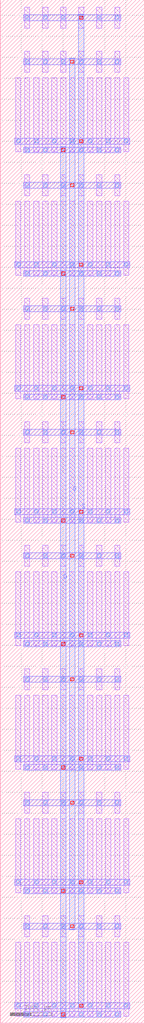
<source format=lef>
MACRO PMOS_S_71888108_X6_Y8
  UNITS 
    DATABASE MICRONS UNITS 1000;
  END UNITS 
  ORIGIN 0 0 ;
  FOREIGN PMOS_S_71888108_X6_Y8 0 0 ;
  SIZE 6880 BY 48720 ;
  PIN D
    DIRECTION INOUT ;
    USE SIGNAL ;
    PORT
      LAYER M3 ;
        RECT 2870 260 3150 41740 ;
    END
  END D
  PIN G
    DIRECTION INOUT ;
    USE SIGNAL ;
    PORT
      LAYER M3 ;
        RECT 3300 4460 3580 45940 ;
    END
  END G
  PIN S
    DIRECTION INOUT ;
    USE SIGNAL ;
    PORT
      LAYER M3 ;
        RECT 3730 680 4010 48040 ;
    END
  END S
  OBS
    LAYER M1 ;
      RECT 1165 335 1415 3865 ;
    LAYER M1 ;
      RECT 1165 4115 1415 5125 ;
    LAYER M1 ;
      RECT 1165 6215 1415 9745 ;
    LAYER M1 ;
      RECT 1165 9995 1415 11005 ;
    LAYER M1 ;
      RECT 1165 12095 1415 15625 ;
    LAYER M1 ;
      RECT 1165 15875 1415 16885 ;
    LAYER M1 ;
      RECT 1165 17975 1415 21505 ;
    LAYER M1 ;
      RECT 1165 21755 1415 22765 ;
    LAYER M1 ;
      RECT 1165 23855 1415 27385 ;
    LAYER M1 ;
      RECT 1165 27635 1415 28645 ;
    LAYER M1 ;
      RECT 1165 29735 1415 33265 ;
    LAYER M1 ;
      RECT 1165 33515 1415 34525 ;
    LAYER M1 ;
      RECT 1165 35615 1415 39145 ;
    LAYER M1 ;
      RECT 1165 39395 1415 40405 ;
    LAYER M1 ;
      RECT 1165 41495 1415 45025 ;
    LAYER M1 ;
      RECT 1165 45275 1415 46285 ;
    LAYER M1 ;
      RECT 1165 47375 1415 48385 ;
    LAYER M1 ;
      RECT 735 335 985 3865 ;
    LAYER M1 ;
      RECT 735 6215 985 9745 ;
    LAYER M1 ;
      RECT 735 12095 985 15625 ;
    LAYER M1 ;
      RECT 735 17975 985 21505 ;
    LAYER M1 ;
      RECT 735 23855 985 27385 ;
    LAYER M1 ;
      RECT 735 29735 985 33265 ;
    LAYER M1 ;
      RECT 735 35615 985 39145 ;
    LAYER M1 ;
      RECT 735 41495 985 45025 ;
    LAYER M1 ;
      RECT 1595 335 1845 3865 ;
    LAYER M1 ;
      RECT 1595 6215 1845 9745 ;
    LAYER M1 ;
      RECT 1595 12095 1845 15625 ;
    LAYER M1 ;
      RECT 1595 17975 1845 21505 ;
    LAYER M1 ;
      RECT 1595 23855 1845 27385 ;
    LAYER M1 ;
      RECT 1595 29735 1845 33265 ;
    LAYER M1 ;
      RECT 1595 35615 1845 39145 ;
    LAYER M1 ;
      RECT 1595 41495 1845 45025 ;
    LAYER M1 ;
      RECT 2025 335 2275 3865 ;
    LAYER M1 ;
      RECT 2025 4115 2275 5125 ;
    LAYER M1 ;
      RECT 2025 6215 2275 9745 ;
    LAYER M1 ;
      RECT 2025 9995 2275 11005 ;
    LAYER M1 ;
      RECT 2025 12095 2275 15625 ;
    LAYER M1 ;
      RECT 2025 15875 2275 16885 ;
    LAYER M1 ;
      RECT 2025 17975 2275 21505 ;
    LAYER M1 ;
      RECT 2025 21755 2275 22765 ;
    LAYER M1 ;
      RECT 2025 23855 2275 27385 ;
    LAYER M1 ;
      RECT 2025 27635 2275 28645 ;
    LAYER M1 ;
      RECT 2025 29735 2275 33265 ;
    LAYER M1 ;
      RECT 2025 33515 2275 34525 ;
    LAYER M1 ;
      RECT 2025 35615 2275 39145 ;
    LAYER M1 ;
      RECT 2025 39395 2275 40405 ;
    LAYER M1 ;
      RECT 2025 41495 2275 45025 ;
    LAYER M1 ;
      RECT 2025 45275 2275 46285 ;
    LAYER M1 ;
      RECT 2025 47375 2275 48385 ;
    LAYER M1 ;
      RECT 2455 335 2705 3865 ;
    LAYER M1 ;
      RECT 2455 6215 2705 9745 ;
    LAYER M1 ;
      RECT 2455 12095 2705 15625 ;
    LAYER M1 ;
      RECT 2455 17975 2705 21505 ;
    LAYER M1 ;
      RECT 2455 23855 2705 27385 ;
    LAYER M1 ;
      RECT 2455 29735 2705 33265 ;
    LAYER M1 ;
      RECT 2455 35615 2705 39145 ;
    LAYER M1 ;
      RECT 2455 41495 2705 45025 ;
    LAYER M1 ;
      RECT 2885 335 3135 3865 ;
    LAYER M1 ;
      RECT 2885 4115 3135 5125 ;
    LAYER M1 ;
      RECT 2885 6215 3135 9745 ;
    LAYER M1 ;
      RECT 2885 9995 3135 11005 ;
    LAYER M1 ;
      RECT 2885 12095 3135 15625 ;
    LAYER M1 ;
      RECT 2885 15875 3135 16885 ;
    LAYER M1 ;
      RECT 2885 17975 3135 21505 ;
    LAYER M1 ;
      RECT 2885 21755 3135 22765 ;
    LAYER M1 ;
      RECT 2885 23855 3135 27385 ;
    LAYER M1 ;
      RECT 2885 27635 3135 28645 ;
    LAYER M1 ;
      RECT 2885 29735 3135 33265 ;
    LAYER M1 ;
      RECT 2885 33515 3135 34525 ;
    LAYER M1 ;
      RECT 2885 35615 3135 39145 ;
    LAYER M1 ;
      RECT 2885 39395 3135 40405 ;
    LAYER M1 ;
      RECT 2885 41495 3135 45025 ;
    LAYER M1 ;
      RECT 2885 45275 3135 46285 ;
    LAYER M1 ;
      RECT 2885 47375 3135 48385 ;
    LAYER M1 ;
      RECT 3315 335 3565 3865 ;
    LAYER M1 ;
      RECT 3315 6215 3565 9745 ;
    LAYER M1 ;
      RECT 3315 12095 3565 15625 ;
    LAYER M1 ;
      RECT 3315 17975 3565 21505 ;
    LAYER M1 ;
      RECT 3315 23855 3565 27385 ;
    LAYER M1 ;
      RECT 3315 29735 3565 33265 ;
    LAYER M1 ;
      RECT 3315 35615 3565 39145 ;
    LAYER M1 ;
      RECT 3315 41495 3565 45025 ;
    LAYER M1 ;
      RECT 3745 335 3995 3865 ;
    LAYER M1 ;
      RECT 3745 4115 3995 5125 ;
    LAYER M1 ;
      RECT 3745 6215 3995 9745 ;
    LAYER M1 ;
      RECT 3745 9995 3995 11005 ;
    LAYER M1 ;
      RECT 3745 12095 3995 15625 ;
    LAYER M1 ;
      RECT 3745 15875 3995 16885 ;
    LAYER M1 ;
      RECT 3745 17975 3995 21505 ;
    LAYER M1 ;
      RECT 3745 21755 3995 22765 ;
    LAYER M1 ;
      RECT 3745 23855 3995 27385 ;
    LAYER M1 ;
      RECT 3745 27635 3995 28645 ;
    LAYER M1 ;
      RECT 3745 29735 3995 33265 ;
    LAYER M1 ;
      RECT 3745 33515 3995 34525 ;
    LAYER M1 ;
      RECT 3745 35615 3995 39145 ;
    LAYER M1 ;
      RECT 3745 39395 3995 40405 ;
    LAYER M1 ;
      RECT 3745 41495 3995 45025 ;
    LAYER M1 ;
      RECT 3745 45275 3995 46285 ;
    LAYER M1 ;
      RECT 3745 47375 3995 48385 ;
    LAYER M1 ;
      RECT 4175 335 4425 3865 ;
    LAYER M1 ;
      RECT 4175 6215 4425 9745 ;
    LAYER M1 ;
      RECT 4175 12095 4425 15625 ;
    LAYER M1 ;
      RECT 4175 17975 4425 21505 ;
    LAYER M1 ;
      RECT 4175 23855 4425 27385 ;
    LAYER M1 ;
      RECT 4175 29735 4425 33265 ;
    LAYER M1 ;
      RECT 4175 35615 4425 39145 ;
    LAYER M1 ;
      RECT 4175 41495 4425 45025 ;
    LAYER M1 ;
      RECT 4605 335 4855 3865 ;
    LAYER M1 ;
      RECT 4605 4115 4855 5125 ;
    LAYER M1 ;
      RECT 4605 6215 4855 9745 ;
    LAYER M1 ;
      RECT 4605 9995 4855 11005 ;
    LAYER M1 ;
      RECT 4605 12095 4855 15625 ;
    LAYER M1 ;
      RECT 4605 15875 4855 16885 ;
    LAYER M1 ;
      RECT 4605 17975 4855 21505 ;
    LAYER M1 ;
      RECT 4605 21755 4855 22765 ;
    LAYER M1 ;
      RECT 4605 23855 4855 27385 ;
    LAYER M1 ;
      RECT 4605 27635 4855 28645 ;
    LAYER M1 ;
      RECT 4605 29735 4855 33265 ;
    LAYER M1 ;
      RECT 4605 33515 4855 34525 ;
    LAYER M1 ;
      RECT 4605 35615 4855 39145 ;
    LAYER M1 ;
      RECT 4605 39395 4855 40405 ;
    LAYER M1 ;
      RECT 4605 41495 4855 45025 ;
    LAYER M1 ;
      RECT 4605 45275 4855 46285 ;
    LAYER M1 ;
      RECT 4605 47375 4855 48385 ;
    LAYER M1 ;
      RECT 5035 335 5285 3865 ;
    LAYER M1 ;
      RECT 5035 6215 5285 9745 ;
    LAYER M1 ;
      RECT 5035 12095 5285 15625 ;
    LAYER M1 ;
      RECT 5035 17975 5285 21505 ;
    LAYER M1 ;
      RECT 5035 23855 5285 27385 ;
    LAYER M1 ;
      RECT 5035 29735 5285 33265 ;
    LAYER M1 ;
      RECT 5035 35615 5285 39145 ;
    LAYER M1 ;
      RECT 5035 41495 5285 45025 ;
    LAYER M1 ;
      RECT 5465 335 5715 3865 ;
    LAYER M1 ;
      RECT 5465 4115 5715 5125 ;
    LAYER M1 ;
      RECT 5465 6215 5715 9745 ;
    LAYER M1 ;
      RECT 5465 9995 5715 11005 ;
    LAYER M1 ;
      RECT 5465 12095 5715 15625 ;
    LAYER M1 ;
      RECT 5465 15875 5715 16885 ;
    LAYER M1 ;
      RECT 5465 17975 5715 21505 ;
    LAYER M1 ;
      RECT 5465 21755 5715 22765 ;
    LAYER M1 ;
      RECT 5465 23855 5715 27385 ;
    LAYER M1 ;
      RECT 5465 27635 5715 28645 ;
    LAYER M1 ;
      RECT 5465 29735 5715 33265 ;
    LAYER M1 ;
      RECT 5465 33515 5715 34525 ;
    LAYER M1 ;
      RECT 5465 35615 5715 39145 ;
    LAYER M1 ;
      RECT 5465 39395 5715 40405 ;
    LAYER M1 ;
      RECT 5465 41495 5715 45025 ;
    LAYER M1 ;
      RECT 5465 45275 5715 46285 ;
    LAYER M1 ;
      RECT 5465 47375 5715 48385 ;
    LAYER M1 ;
      RECT 5895 335 6145 3865 ;
    LAYER M1 ;
      RECT 5895 6215 6145 9745 ;
    LAYER M1 ;
      RECT 5895 12095 6145 15625 ;
    LAYER M1 ;
      RECT 5895 17975 6145 21505 ;
    LAYER M1 ;
      RECT 5895 23855 6145 27385 ;
    LAYER M1 ;
      RECT 5895 29735 6145 33265 ;
    LAYER M1 ;
      RECT 5895 35615 6145 39145 ;
    LAYER M1 ;
      RECT 5895 41495 6145 45025 ;
    LAYER M2 ;
      RECT 1120 280 5760 560 ;
    LAYER M2 ;
      RECT 1120 4480 5760 4760 ;
    LAYER M2 ;
      RECT 690 700 6190 980 ;
    LAYER M2 ;
      RECT 1120 6160 5760 6440 ;
    LAYER M2 ;
      RECT 1120 10360 5760 10640 ;
    LAYER M2 ;
      RECT 690 6580 6190 6860 ;
    LAYER M2 ;
      RECT 1120 12040 5760 12320 ;
    LAYER M2 ;
      RECT 1120 16240 5760 16520 ;
    LAYER M2 ;
      RECT 690 12460 6190 12740 ;
    LAYER M2 ;
      RECT 1120 17920 5760 18200 ;
    LAYER M2 ;
      RECT 1120 22120 5760 22400 ;
    LAYER M2 ;
      RECT 690 18340 6190 18620 ;
    LAYER M2 ;
      RECT 1120 23800 5760 24080 ;
    LAYER M2 ;
      RECT 1120 28000 5760 28280 ;
    LAYER M2 ;
      RECT 690 24220 6190 24500 ;
    LAYER M2 ;
      RECT 1120 29680 5760 29960 ;
    LAYER M2 ;
      RECT 1120 33880 5760 34160 ;
    LAYER M2 ;
      RECT 690 30100 6190 30380 ;
    LAYER M2 ;
      RECT 1120 35560 5760 35840 ;
    LAYER M2 ;
      RECT 1120 39760 5760 40040 ;
    LAYER M2 ;
      RECT 690 35980 6190 36260 ;
    LAYER M2 ;
      RECT 1120 41440 5760 41720 ;
    LAYER M2 ;
      RECT 1120 45640 5760 45920 ;
    LAYER M2 ;
      RECT 690 41860 6190 42140 ;
    LAYER M2 ;
      RECT 1120 47740 5760 48020 ;
    LAYER V1 ;
      RECT 1205 335 1375 505 ;
    LAYER V1 ;
      RECT 1205 4535 1375 4705 ;
    LAYER V1 ;
      RECT 1205 6215 1375 6385 ;
    LAYER V1 ;
      RECT 1205 10415 1375 10585 ;
    LAYER V1 ;
      RECT 1205 12095 1375 12265 ;
    LAYER V1 ;
      RECT 1205 16295 1375 16465 ;
    LAYER V1 ;
      RECT 1205 17975 1375 18145 ;
    LAYER V1 ;
      RECT 1205 22175 1375 22345 ;
    LAYER V1 ;
      RECT 1205 23855 1375 24025 ;
    LAYER V1 ;
      RECT 1205 28055 1375 28225 ;
    LAYER V1 ;
      RECT 1205 29735 1375 29905 ;
    LAYER V1 ;
      RECT 1205 33935 1375 34105 ;
    LAYER V1 ;
      RECT 1205 35615 1375 35785 ;
    LAYER V1 ;
      RECT 1205 39815 1375 39985 ;
    LAYER V1 ;
      RECT 1205 41495 1375 41665 ;
    LAYER V1 ;
      RECT 1205 45695 1375 45865 ;
    LAYER V1 ;
      RECT 1205 47795 1375 47965 ;
    LAYER V1 ;
      RECT 2065 335 2235 505 ;
    LAYER V1 ;
      RECT 2065 4535 2235 4705 ;
    LAYER V1 ;
      RECT 2065 6215 2235 6385 ;
    LAYER V1 ;
      RECT 2065 10415 2235 10585 ;
    LAYER V1 ;
      RECT 2065 12095 2235 12265 ;
    LAYER V1 ;
      RECT 2065 16295 2235 16465 ;
    LAYER V1 ;
      RECT 2065 17975 2235 18145 ;
    LAYER V1 ;
      RECT 2065 22175 2235 22345 ;
    LAYER V1 ;
      RECT 2065 23855 2235 24025 ;
    LAYER V1 ;
      RECT 2065 28055 2235 28225 ;
    LAYER V1 ;
      RECT 2065 29735 2235 29905 ;
    LAYER V1 ;
      RECT 2065 33935 2235 34105 ;
    LAYER V1 ;
      RECT 2065 35615 2235 35785 ;
    LAYER V1 ;
      RECT 2065 39815 2235 39985 ;
    LAYER V1 ;
      RECT 2065 41495 2235 41665 ;
    LAYER V1 ;
      RECT 2065 45695 2235 45865 ;
    LAYER V1 ;
      RECT 2065 47795 2235 47965 ;
    LAYER V1 ;
      RECT 2925 335 3095 505 ;
    LAYER V1 ;
      RECT 2925 4535 3095 4705 ;
    LAYER V1 ;
      RECT 2925 6215 3095 6385 ;
    LAYER V1 ;
      RECT 2925 10415 3095 10585 ;
    LAYER V1 ;
      RECT 2925 12095 3095 12265 ;
    LAYER V1 ;
      RECT 2925 16295 3095 16465 ;
    LAYER V1 ;
      RECT 2925 17975 3095 18145 ;
    LAYER V1 ;
      RECT 2925 22175 3095 22345 ;
    LAYER V1 ;
      RECT 2925 23855 3095 24025 ;
    LAYER V1 ;
      RECT 2925 28055 3095 28225 ;
    LAYER V1 ;
      RECT 2925 29735 3095 29905 ;
    LAYER V1 ;
      RECT 2925 33935 3095 34105 ;
    LAYER V1 ;
      RECT 2925 35615 3095 35785 ;
    LAYER V1 ;
      RECT 2925 39815 3095 39985 ;
    LAYER V1 ;
      RECT 2925 41495 3095 41665 ;
    LAYER V1 ;
      RECT 2925 45695 3095 45865 ;
    LAYER V1 ;
      RECT 2925 47795 3095 47965 ;
    LAYER V1 ;
      RECT 3785 335 3955 505 ;
    LAYER V1 ;
      RECT 3785 4535 3955 4705 ;
    LAYER V1 ;
      RECT 3785 6215 3955 6385 ;
    LAYER V1 ;
      RECT 3785 10415 3955 10585 ;
    LAYER V1 ;
      RECT 3785 12095 3955 12265 ;
    LAYER V1 ;
      RECT 3785 16295 3955 16465 ;
    LAYER V1 ;
      RECT 3785 17975 3955 18145 ;
    LAYER V1 ;
      RECT 3785 22175 3955 22345 ;
    LAYER V1 ;
      RECT 3785 23855 3955 24025 ;
    LAYER V1 ;
      RECT 3785 28055 3955 28225 ;
    LAYER V1 ;
      RECT 3785 29735 3955 29905 ;
    LAYER V1 ;
      RECT 3785 33935 3955 34105 ;
    LAYER V1 ;
      RECT 3785 35615 3955 35785 ;
    LAYER V1 ;
      RECT 3785 39815 3955 39985 ;
    LAYER V1 ;
      RECT 3785 41495 3955 41665 ;
    LAYER V1 ;
      RECT 3785 45695 3955 45865 ;
    LAYER V1 ;
      RECT 3785 47795 3955 47965 ;
    LAYER V1 ;
      RECT 4645 335 4815 505 ;
    LAYER V1 ;
      RECT 4645 4535 4815 4705 ;
    LAYER V1 ;
      RECT 4645 6215 4815 6385 ;
    LAYER V1 ;
      RECT 4645 10415 4815 10585 ;
    LAYER V1 ;
      RECT 4645 12095 4815 12265 ;
    LAYER V1 ;
      RECT 4645 16295 4815 16465 ;
    LAYER V1 ;
      RECT 4645 17975 4815 18145 ;
    LAYER V1 ;
      RECT 4645 22175 4815 22345 ;
    LAYER V1 ;
      RECT 4645 23855 4815 24025 ;
    LAYER V1 ;
      RECT 4645 28055 4815 28225 ;
    LAYER V1 ;
      RECT 4645 29735 4815 29905 ;
    LAYER V1 ;
      RECT 4645 33935 4815 34105 ;
    LAYER V1 ;
      RECT 4645 35615 4815 35785 ;
    LAYER V1 ;
      RECT 4645 39815 4815 39985 ;
    LAYER V1 ;
      RECT 4645 41495 4815 41665 ;
    LAYER V1 ;
      RECT 4645 45695 4815 45865 ;
    LAYER V1 ;
      RECT 4645 47795 4815 47965 ;
    LAYER V1 ;
      RECT 5505 335 5675 505 ;
    LAYER V1 ;
      RECT 5505 4535 5675 4705 ;
    LAYER V1 ;
      RECT 5505 6215 5675 6385 ;
    LAYER V1 ;
      RECT 5505 10415 5675 10585 ;
    LAYER V1 ;
      RECT 5505 12095 5675 12265 ;
    LAYER V1 ;
      RECT 5505 16295 5675 16465 ;
    LAYER V1 ;
      RECT 5505 17975 5675 18145 ;
    LAYER V1 ;
      RECT 5505 22175 5675 22345 ;
    LAYER V1 ;
      RECT 5505 23855 5675 24025 ;
    LAYER V1 ;
      RECT 5505 28055 5675 28225 ;
    LAYER V1 ;
      RECT 5505 29735 5675 29905 ;
    LAYER V1 ;
      RECT 5505 33935 5675 34105 ;
    LAYER V1 ;
      RECT 5505 35615 5675 35785 ;
    LAYER V1 ;
      RECT 5505 39815 5675 39985 ;
    LAYER V1 ;
      RECT 5505 41495 5675 41665 ;
    LAYER V1 ;
      RECT 5505 45695 5675 45865 ;
    LAYER V1 ;
      RECT 5505 47795 5675 47965 ;
    LAYER V1 ;
      RECT 775 755 945 925 ;
    LAYER V1 ;
      RECT 775 6635 945 6805 ;
    LAYER V1 ;
      RECT 775 12515 945 12685 ;
    LAYER V1 ;
      RECT 775 18395 945 18565 ;
    LAYER V1 ;
      RECT 775 24275 945 24445 ;
    LAYER V1 ;
      RECT 775 30155 945 30325 ;
    LAYER V1 ;
      RECT 775 36035 945 36205 ;
    LAYER V1 ;
      RECT 775 41915 945 42085 ;
    LAYER V1 ;
      RECT 1635 755 1805 925 ;
    LAYER V1 ;
      RECT 1635 6635 1805 6805 ;
    LAYER V1 ;
      RECT 1635 12515 1805 12685 ;
    LAYER V1 ;
      RECT 1635 18395 1805 18565 ;
    LAYER V1 ;
      RECT 1635 24275 1805 24445 ;
    LAYER V1 ;
      RECT 1635 30155 1805 30325 ;
    LAYER V1 ;
      RECT 1635 36035 1805 36205 ;
    LAYER V1 ;
      RECT 1635 41915 1805 42085 ;
    LAYER V1 ;
      RECT 2495 755 2665 925 ;
    LAYER V1 ;
      RECT 2495 6635 2665 6805 ;
    LAYER V1 ;
      RECT 2495 12515 2665 12685 ;
    LAYER V1 ;
      RECT 2495 18395 2665 18565 ;
    LAYER V1 ;
      RECT 2495 24275 2665 24445 ;
    LAYER V1 ;
      RECT 2495 30155 2665 30325 ;
    LAYER V1 ;
      RECT 2495 36035 2665 36205 ;
    LAYER V1 ;
      RECT 2495 41915 2665 42085 ;
    LAYER V1 ;
      RECT 3355 755 3525 925 ;
    LAYER V1 ;
      RECT 3355 6635 3525 6805 ;
    LAYER V1 ;
      RECT 3355 12515 3525 12685 ;
    LAYER V1 ;
      RECT 3355 18395 3525 18565 ;
    LAYER V1 ;
      RECT 3355 24275 3525 24445 ;
    LAYER V1 ;
      RECT 3355 30155 3525 30325 ;
    LAYER V1 ;
      RECT 3355 36035 3525 36205 ;
    LAYER V1 ;
      RECT 3355 41915 3525 42085 ;
    LAYER V1 ;
      RECT 4215 755 4385 925 ;
    LAYER V1 ;
      RECT 4215 6635 4385 6805 ;
    LAYER V1 ;
      RECT 4215 12515 4385 12685 ;
    LAYER V1 ;
      RECT 4215 18395 4385 18565 ;
    LAYER V1 ;
      RECT 4215 24275 4385 24445 ;
    LAYER V1 ;
      RECT 4215 30155 4385 30325 ;
    LAYER V1 ;
      RECT 4215 36035 4385 36205 ;
    LAYER V1 ;
      RECT 4215 41915 4385 42085 ;
    LAYER V1 ;
      RECT 5075 755 5245 925 ;
    LAYER V1 ;
      RECT 5075 6635 5245 6805 ;
    LAYER V1 ;
      RECT 5075 12515 5245 12685 ;
    LAYER V1 ;
      RECT 5075 18395 5245 18565 ;
    LAYER V1 ;
      RECT 5075 24275 5245 24445 ;
    LAYER V1 ;
      RECT 5075 30155 5245 30325 ;
    LAYER V1 ;
      RECT 5075 36035 5245 36205 ;
    LAYER V1 ;
      RECT 5075 41915 5245 42085 ;
    LAYER V1 ;
      RECT 5935 755 6105 925 ;
    LAYER V1 ;
      RECT 5935 6635 6105 6805 ;
    LAYER V1 ;
      RECT 5935 12515 6105 12685 ;
    LAYER V1 ;
      RECT 5935 18395 6105 18565 ;
    LAYER V1 ;
      RECT 5935 24275 6105 24445 ;
    LAYER V1 ;
      RECT 5935 30155 6105 30325 ;
    LAYER V1 ;
      RECT 5935 36035 6105 36205 ;
    LAYER V1 ;
      RECT 5935 41915 6105 42085 ;
    LAYER V2 ;
      RECT 2935 345 3085 495 ;
    LAYER V2 ;
      RECT 2935 6225 3085 6375 ;
    LAYER V2 ;
      RECT 2935 12105 3085 12255 ;
    LAYER V2 ;
      RECT 2935 17985 3085 18135 ;
    LAYER V2 ;
      RECT 2935 23865 3085 24015 ;
    LAYER V2 ;
      RECT 2935 29745 3085 29895 ;
    LAYER V2 ;
      RECT 2935 35625 3085 35775 ;
    LAYER V2 ;
      RECT 2935 41505 3085 41655 ;
    LAYER V2 ;
      RECT 3365 4545 3515 4695 ;
    LAYER V2 ;
      RECT 3365 10425 3515 10575 ;
    LAYER V2 ;
      RECT 3365 16305 3515 16455 ;
    LAYER V2 ;
      RECT 3365 22185 3515 22335 ;
    LAYER V2 ;
      RECT 3365 28065 3515 28215 ;
    LAYER V2 ;
      RECT 3365 33945 3515 34095 ;
    LAYER V2 ;
      RECT 3365 39825 3515 39975 ;
    LAYER V2 ;
      RECT 3365 45705 3515 45855 ;
    LAYER V2 ;
      RECT 3795 765 3945 915 ;
    LAYER V2 ;
      RECT 3795 6645 3945 6795 ;
    LAYER V2 ;
      RECT 3795 12525 3945 12675 ;
    LAYER V2 ;
      RECT 3795 18405 3945 18555 ;
    LAYER V2 ;
      RECT 3795 24285 3945 24435 ;
    LAYER V2 ;
      RECT 3795 30165 3945 30315 ;
    LAYER V2 ;
      RECT 3795 36045 3945 36195 ;
    LAYER V2 ;
      RECT 3795 41925 3945 42075 ;
    LAYER V2 ;
      RECT 3795 47805 3945 47955 ;
  END
END PMOS_S_71888108_X6_Y8

</source>
